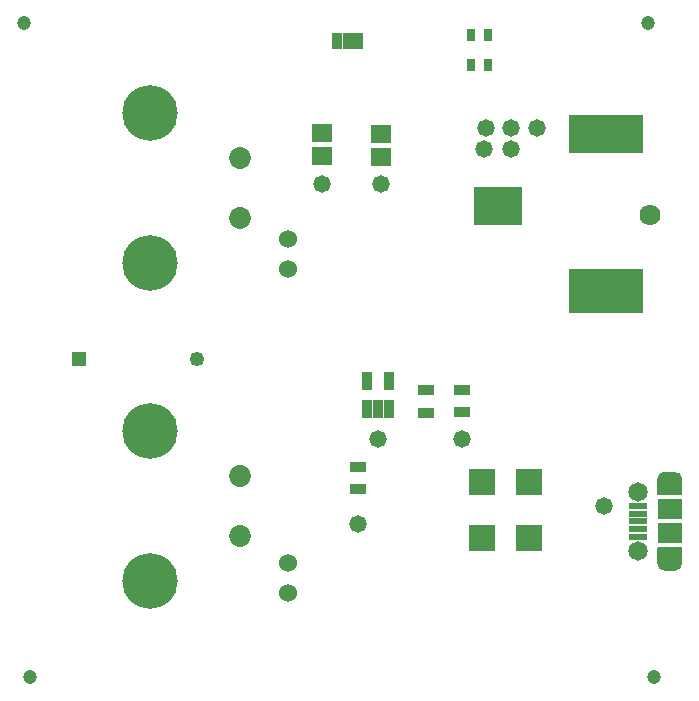
<source format=gbr>
%TF.GenerationSoftware,Altium Limited,Altium Designer,24.6.1 (21)*%
G04 Layer_Color=8388736*
%FSLAX45Y45*%
%MOMM*%
%TF.SameCoordinates,AC9FF34B-BC34-43DD-B331-A16B571A9E15*%
%TF.FilePolarity,Negative*%
%TF.FileFunction,Soldermask,Top*%
%TF.Part,Single*%
G01*
G75*
%TA.AperFunction,SMDPad,CuDef*%
%ADD12R,1.40000X0.95000*%
%ADD16R,1.45000X0.95000*%
%ADD18R,6.35000X3.81000*%
%ADD20R,6.35000X3.30000*%
%ADD21R,4.06000X3.30000*%
%TA.AperFunction,ComponentPad*%
%ADD25C,1.25000*%
%ADD26C,1.52400*%
%ADD28R,1.25000X1.25000*%
%ADD32C,1.78000*%
%TA.AperFunction,NonConductor*%
%ADD41C,0.70320*%
%TA.AperFunction,SMDPad,CuDef*%
%ADD42R,1.75320X1.55320*%
%ADD43R,2.20320X2.20320*%
%ADD44R,0.83820X1.47320*%
%ADD45R,0.90320X1.50320*%
%ADD46R,0.80320X1.00320*%
%TA.AperFunction,ConnectorPad*%
%ADD47R,1.55320X0.60320*%
%ADD48R,2.10320X1.70320*%
%TA.AperFunction,ComponentPad*%
%ADD49C,4.70320*%
%ADD50C,1.85320*%
%ADD51C,1.65320*%
%ADD52C,1.20320*%
%TA.AperFunction,ViaPad*%
%ADD53C,1.47320*%
G36*
X5870129Y1507295D02*
X5871435Y1507035D01*
X5872696Y1506607D01*
X5873891Y1506018D01*
X5874998Y1505278D01*
X5876000Y1504400D01*
X5876878Y1503399D01*
X5877618Y1502291D01*
X5878207Y1501097D01*
X5878635Y1499835D01*
X5878895Y1498529D01*
X5878982Y1497200D01*
Y1367200D01*
X5878895Y1365871D01*
X5878635Y1364565D01*
X5878207Y1363304D01*
X5877618Y1362109D01*
X5876878Y1361002D01*
X5876000Y1360001D01*
X5874998Y1359123D01*
X5873891Y1358383D01*
X5872696Y1357793D01*
X5871435Y1357365D01*
X5870129Y1357105D01*
X5868800Y1357018D01*
X5828985D01*
Y1317202D01*
X5828897Y1315873D01*
X5828638Y1314567D01*
X5828210Y1313306D01*
X5827919Y1312717D01*
X5827621Y1312112D01*
X5826881Y1311004D01*
X5826003Y1310003D01*
X5826002D01*
Y1310003D01*
X5825001Y1309125D01*
X5823894Y1308385D01*
X5823289Y1308086D01*
X5822699Y1307795D01*
X5821438Y1307367D01*
X5820132Y1307108D01*
X5818803Y1307020D01*
X5728800Y1307018D01*
D01*
X5728800D01*
X5727471Y1307105D01*
X5726165Y1307365D01*
X5724904Y1307793D01*
X5724315Y1308084D01*
X5723709Y1308382D01*
X5722602Y1309122D01*
X5721601Y1310000D01*
Y1310000D01*
X5721600D01*
X5720722Y1311002D01*
X5719982Y1312109D01*
X5719684Y1312714D01*
X5719393Y1313303D01*
X5718965Y1314565D01*
X5718705Y1315871D01*
X5718618Y1317200D01*
D01*
Y1317200D01*
Y1357018D01*
X5678800D01*
X5677471Y1357105D01*
X5676165Y1357365D01*
X5674904Y1357793D01*
X5673709Y1358383D01*
X5672602Y1359123D01*
X5671600Y1360001D01*
X5670722Y1361002D01*
X5669982Y1362109D01*
X5669393Y1363304D01*
X5668965Y1364565D01*
X5668705Y1365871D01*
X5668618Y1367200D01*
Y1497200D01*
X5668705Y1498529D01*
X5668965Y1499835D01*
X5669393Y1501097D01*
X5669982Y1502291D01*
X5670722Y1503399D01*
X5671600Y1504400D01*
X5672602Y1505278D01*
X5673709Y1506018D01*
X5674904Y1506607D01*
X5676165Y1507035D01*
X5677471Y1507295D01*
X5678800Y1507382D01*
X5868800D01*
X5870129Y1507295D01*
D02*
G37*
G36*
X5820129Y2147295D02*
X5821435Y2147035D01*
X5822696Y2146607D01*
X5823285Y2146317D01*
X5823891Y2146018D01*
X5824998Y2145278D01*
X5825999Y2144400D01*
Y2144400D01*
X5826000D01*
X5826878Y2143399D01*
X5827618Y2142291D01*
X5827916Y2141686D01*
X5828207Y2141097D01*
X5828635Y2139836D01*
X5828895Y2138530D01*
X5828982Y2137201D01*
D01*
Y2137200D01*
Y2097382D01*
X5868800D01*
X5870129Y2097295D01*
X5871435Y2097035D01*
X5872696Y2096607D01*
X5873891Y2096018D01*
X5874998Y2095278D01*
X5876000Y2094400D01*
X5876878Y2093399D01*
X5877618Y2092291D01*
X5878207Y2091097D01*
X5878635Y2089836D01*
X5878895Y2088529D01*
X5878982Y2087200D01*
Y1957200D01*
X5878895Y1955871D01*
X5878635Y1954565D01*
X5878207Y1953304D01*
X5877618Y1952109D01*
X5876878Y1951002D01*
X5876000Y1950001D01*
X5874998Y1949123D01*
X5873891Y1948383D01*
X5872696Y1947793D01*
X5871435Y1947365D01*
X5870129Y1947106D01*
X5868800Y1947018D01*
X5678800D01*
X5677471Y1947106D01*
X5676165Y1947365D01*
X5674904Y1947793D01*
X5673709Y1948383D01*
X5672602Y1949123D01*
X5671600Y1950001D01*
X5670722Y1951002D01*
X5669982Y1952109D01*
X5669393Y1953304D01*
X5668965Y1954565D01*
X5668705Y1955871D01*
X5668618Y1957200D01*
Y2087200D01*
X5668705Y2088529D01*
X5668965Y2089836D01*
X5669393Y2091097D01*
X5669982Y2092291D01*
X5670722Y2093399D01*
X5671600Y2094400D01*
X5672602Y2095278D01*
X5673709Y2096018D01*
X5674904Y2096607D01*
X5676165Y2097035D01*
X5677471Y2097295D01*
X5678800Y2097382D01*
X5718615D01*
Y2137198D01*
X5718703Y2138527D01*
X5718962Y2139833D01*
X5719390Y2141095D01*
X5719681Y2141684D01*
X5719979Y2142289D01*
X5720719Y2143396D01*
X5721597Y2144398D01*
X5721598D01*
Y2144398D01*
X5722599Y2145276D01*
X5723706Y2146016D01*
X5724311Y2146314D01*
X5724901Y2146605D01*
X5726162Y2147033D01*
X5727468Y2147293D01*
X5728797Y2147380D01*
X5818800Y2147382D01*
D01*
X5818800D01*
X5820129Y2147295D01*
D02*
G37*
D12*
X4013200Y2650700D02*
D03*
Y2835700D02*
D03*
X3136900Y2188000D02*
D03*
Y2003000D02*
D03*
D16*
X3708400Y2645700D02*
D03*
Y2840700D02*
D03*
D18*
X5230600Y3675000D02*
D03*
D20*
Y5004000D02*
D03*
D21*
X4316600Y4394000D02*
D03*
D25*
X1770000Y3098800D02*
D03*
D26*
X2540000Y3860800D02*
D03*
Y1117600D02*
D03*
Y4114800D02*
D03*
Y1371600D02*
D03*
D28*
X770000Y3098800D02*
D03*
D32*
X5606600Y4318000D02*
D03*
D41*
X5843800Y1367200D02*
G03*
X5843800Y1367200I-25000J0D01*
G01*
X5753800D02*
G03*
X5753800Y1367200I-25000J0D01*
G01*
X5843800Y2087200D02*
G03*
X5843800Y2087200I-25000J0D01*
G01*
X5753800D02*
G03*
X5753800Y2087200I-25000J0D01*
G01*
D42*
X3327400Y4808800D02*
D03*
Y5003800D02*
D03*
X2832100Y4817400D02*
D03*
Y5012400D02*
D03*
D43*
X4181500Y1587500D02*
D03*
X4581500D02*
D03*
Y2057400D02*
D03*
X4181500D02*
D03*
D44*
X2959100Y5791200D02*
D03*
X3136900D02*
D03*
X3048000D02*
D03*
D45*
X3207000Y2914000D02*
D03*
Y2674000D02*
D03*
X3397000D02*
D03*
Y2914000D02*
D03*
X3302000Y2674000D02*
D03*
D46*
X4093100Y5842000D02*
D03*
Y5588000D02*
D03*
X4238100Y5842000D02*
D03*
Y5588000D02*
D03*
D47*
X5503800Y1597200D02*
D03*
Y1857200D02*
D03*
Y1662200D02*
D03*
Y1727200D02*
D03*
Y1792200D02*
D03*
D48*
X5773800Y1627200D02*
D03*
Y1827200D02*
D03*
D49*
X1371600Y3911600D02*
D03*
Y1219200D02*
D03*
Y5181600D02*
D03*
Y2489200D02*
D03*
D50*
X2133600Y2109200D02*
D03*
Y1600200D02*
D03*
Y4801600D02*
D03*
Y4292600D02*
D03*
D51*
X5503800Y1977200D02*
D03*
Y1477200D02*
D03*
D52*
X304800Y5943600D02*
D03*
X5588000D02*
D03*
X5638800Y406400D02*
D03*
X355600D02*
D03*
D53*
X4013200Y2425700D02*
D03*
X3327400Y4584700D02*
D03*
X2832100D02*
D03*
X3302000Y2425700D02*
D03*
X3136900Y1701800D02*
D03*
X4432300Y4876800D02*
D03*
X4203700D02*
D03*
X4216400Y5054600D02*
D03*
X4432300D02*
D03*
X4648200D02*
D03*
X5219700Y1854200D02*
D03*
%TF.MD5,31498feed9d57efff4370abe0e32a84d*%
M02*

</source>
